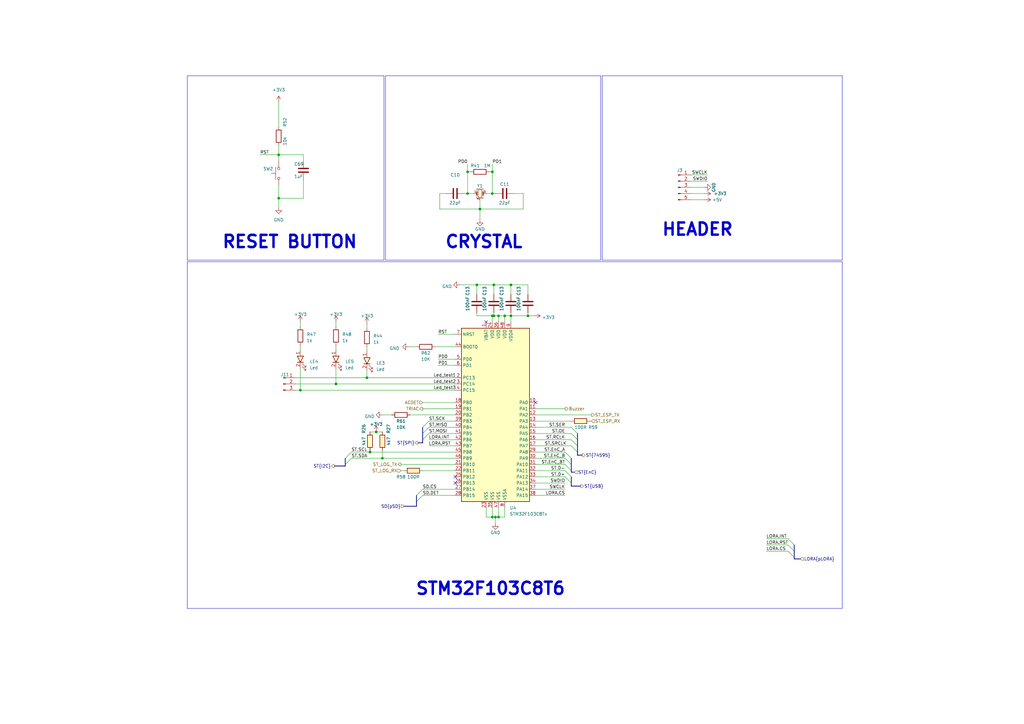
<source format=kicad_sch>
(kicad_sch (version 20230121) (generator eeschema)
  (paper "A3")
  (lib_symbols
    (symbol "Connector:Conn_01x03_Pin" (pin_names (offset 1.016) hide)
      (property "Reference" "J" (at 0 5.08 0))
      (property "Value" "Conn_01x03_Pin" (at 0 -5.08 0))
      (symbol "Conn_01x03_Pin_1_1"
        (polyline (pts (xy 1.27 -2.54) (xy 0.8636 -2.54)) (stroke (width 0.1524)))
        (polyline (pts (xy 1.27 0) (xy 0.8636 0)) (stroke (width 0.1524)))
        (polyline (pts (xy 1.27 2.54) (xy 0.8636 2.54)) (stroke (width 0.1524)))
        (rectangle (start 0.8636 -2.413) (end 0 -2.667) (stroke (width 0.1524)) (fill (type outline)))
        (rectangle (start 0.8636 0.127) (end 0 -0.127) (stroke (width 0.1524)) (fill (type outline)))
        (rectangle (start 0.8636 2.667) (end 0 2.413) (stroke (width 0.1524)) (fill (type outline)))
        (pin passive line (at 5.08 2.54 180) (length 3.81) (name "Pin_1") (number "1"))
        (pin passive line (at 5.08 0 180) (length 3.81) (name "Pin_2") (number "2"))
        (pin passive line (at 5.08 -2.54 180) (length 3.81) (name "Pin_3") (number "3"))
      )
    )
    (symbol "Connector:Conn_01x05_Male" (pin_names (offset 1.016) hide)
      (property "Reference" "J" (at 0 7.62 0))
      (property "Value" "Conn_01x05_Male" (at 0 -7.62 0))
      (symbol "Conn_01x05_Male_1_1"
        (polyline (pts (xy 1.27 -5.08) (xy 0.8636 -5.08)) (stroke (width 0.1524)))
        (polyline (pts (xy 1.27 -2.54) (xy 0.8636 -2.54)) (stroke (width 0.1524)))
        (polyline (pts (xy 1.27 0) (xy 0.8636 0)) (stroke (width 0.1524)))
        (polyline (pts (xy 1.27 2.54) (xy 0.8636 2.54)) (stroke (width 0.1524)))
        (polyline (pts (xy 1.27 5.08) (xy 0.8636 5.08)) (stroke (width 0.1524)))
        (rectangle (start 0.8636 -4.953) (end 0 -5.207) (stroke (width 0.1524)) (fill (type outline)))
        (rectangle (start 0.8636 -2.413) (end 0 -2.667) (stroke (width 0.1524)) (fill (type outline)))
        (rectangle (start 0.8636 0.127) (end 0 -0.127) (stroke (width 0.1524)) (fill (type outline)))
        (rectangle (start 0.8636 2.667) (end 0 2.413) (stroke (width 0.1524)) (fill (type outline)))
        (rectangle (start 0.8636 5.207) (end 0 4.953) (stroke (width 0.1524)) (fill (type outline)))
        (pin passive line (at 5.08 5.08 180) (length 3.81) (name "Pin_1") (number "1"))
        (pin passive line (at 5.08 2.54 180) (length 3.81) (name "Pin_2") (number "2"))
        (pin passive line (at 5.08 0 180) (length 3.81) (name "Pin_3") (number "3"))
        (pin passive line (at 5.08 -2.54 180) (length 3.81) (name "Pin_4") (number "4"))
        (pin passive line (at 5.08 -5.08 180) (length 3.81) (name "Pin_5") (number "5"))
      )
    )
    (symbol "Device:C" (pin_numbers hide) (pin_names (offset 0.254))
      (property "Reference" "C" (at 0.635 2.54 0))
      (property "Value" "C" (at 0.635 -2.54 0))
      (symbol "C_0_1"
        (polyline (pts (xy -2.032 -0.762) (xy 2.032 -0.762)) (stroke (width 0.508)))
        (polyline (pts (xy -2.032 0.762) (xy 2.032 0.762)) (stroke (width 0.508)))
      )
      (symbol "C_1_1"
        (pin passive line (at 0 3.81 270) (length 2.794) (name "~") (number "1"))
        (pin passive line (at 0 -3.81 90) (length 2.794) (name "~") (number "2"))
      )
    )
    (symbol "Device:R" (pin_numbers hide) (pin_names (offset 0))
      (property "Reference" "R" (at 2.032 0 90))
      (property "Value" "R" (at 0 0 90))
      (symbol "R_0_1"
        (rectangle (start -1.016 -2.54) (end 1.016 2.54) (stroke (width 0.254)))
      )
      (symbol "R_1_1"
        (pin passive line (at 0 3.81 270) (length 1.27) (name "~") (number "1"))
        (pin passive line (at 0 -3.81 90) (length 1.27) (name "~") (number "2"))
      )
    )
    (symbol "GND_1" (power) (pin_names (offset 0))
      (property "Value" "GND_1" (at 0 -3.81 0))
      (symbol "GND_1_0_1"
        (polyline (pts (xy 0 0) (xy 0 -1.27) (xy 1.27 -1.27) (xy 0 -2.54) (xy -1.27 -1.27) (xy 0 -1.27)))
      )
      (symbol "GND_1_1_1"
        (pin power_in line (at 0 0 270) (length 0) hide (name "GND") (number "1"))
      )
    )
    (symbol "GND_2" (power) (pin_names (offset 0))
      (property "Value" "GND_2" (at 0 -3.81 0))
      (symbol "GND_2_0_1"
        (polyline (pts (xy 0 0) (xy 0 -1.27) (xy 1.27 -1.27) (xy 0 -2.54) (xy -1.27 -1.27) (xy 0 -1.27)))
      )
      (symbol "GND_2_1_1"
        (pin power_in line (at 0 0 270) (length 0) hide (name "GND") (number "1"))
      )
    )
    (symbol "GND_3" (power) (pin_names (offset 0))
      (property "Value" "GND_3" (at 0 -3.81 0))
      (symbol "GND_3_0_1"
        (polyline (pts (xy 0 0) (xy 0 -1.27) (xy 1.27 -1.27) (xy 0 -2.54) (xy -1.27 -1.27) (xy 0 -1.27)))
      )
      (symbol "GND_3_1_1"
        (pin power_in line (at 0 0 270) (length 0) hide (name "GND") (number "1"))
      )
    )
    (symbol "GND_4" (power) (pin_names (offset 0))
      (property "Value" "GND_4" (at 0 -3.81 0))
      (symbol "GND_4_0_1"
        (polyline (pts (xy 0 0) (xy 0 -1.27) (xy 1.27 -1.27) (xy 0 -2.54) (xy -1.27 -1.27) (xy 0 -1.27)))
      )
      (symbol "GND_4_1_1"
        (pin power_in line (at 0 0 270) (length 0) hide (name "GND") (number "1"))
      )
    )
    (symbol "GND_5" (power) (pin_names (offset 0))
      (property "Value" "GND_5" (at 0 -3.81 0))
      (symbol "GND_5_0_1"
        (polyline (pts (xy 0 0) (xy 0 -1.27) (xy 1.27 -1.27) (xy 0 -2.54) (xy -1.27 -1.27) (xy 0 -1.27)))
      )
      (symbol "GND_5_1_1"
        (pin power_in line (at 0 0 270) (length 0) hide (name "GND") (number "1"))
      )
    )
    (symbol "GND_6" (power) (pin_names (offset 0))
      (property "Value" "GND_6" (at 0 -3.81 0))
      (symbol "GND_6_0_1"
        (polyline (pts (xy 0 0) (xy 0 -1.27) (xy 1.27 -1.27) (xy 0 -2.54) (xy -1.27 -1.27) (xy 0 -1.27)))
      )
      (symbol "GND_6_1_1"
        (pin power_in line (at 0 0 270) (length 0) hide (name "GND") (number "1"))
      )
    )
    (symbol "IVS_SYMBOLS:Crystal_GND24_Small" (pin_names (offset 1.016) hide)
      (property "Reference" "Y" (at 1.27 4.445 0))
      (property "Value" "Crystal_GND24_Small" (at 1.27 2.54 0))
      (symbol "Crystal_GND24_Small_0_1"
        (polyline (pts (xy -1.27 -0.762) (xy -1.27 0.762)) (stroke (width 0.381)))
        (polyline (pts (xy 1.27 -0.762) (xy 1.27 0.762)) (stroke (width 0.381)))
        (polyline (pts (xy -1.27 -1.27) (xy -1.27 -1.905) (xy 1.27 -1.905) (xy 1.27 -1.27)))
        (polyline (pts (xy -1.27 1.27) (xy -1.27 1.905) (xy 1.27 1.905) (xy 1.27 1.27)))
      )
      (symbol "Crystal_GND24_Small_1_1"
        (rectangle (start -0.762 1.524) (end 0.762 -1.524) (fill (type background)))
        (pin passive line (at -2.54 0 0) (length 1.27) (name "1") (number "1"))
        (pin passive line (at 0 -2.54 90) (length 0.635) (name "2") (number "2"))
        (pin passive line (at 2.54 0 180) (length 1.27) (name "3") (number "3"))
        (pin passive line (at 0 -2.54 90) (length 0.635) hide (name "4") (number "4"))
      )
    )
    (symbol "IVS_SYMBOLS:Led"
      (property "Reference" "LE" (at 0.508 -2.794 0))
      (property "Value" "Led" (at -0.254 2.794 0))
      (symbol "Led_0_1"
        (polyline (pts (xy 0 -1.27) (xy 0 1.27)) (stroke (width 0.254)))
        (polyline (pts (xy 2.54 -1.27) (xy 2.54 1.27) (xy 0 0) (xy 2.54 -1.27)) (stroke (width 0.254)) (fill (type background)))
        (polyline (pts (xy -1.778 -0.762) (xy -3.302 -2.286) (xy -2.54 -2.286) (xy -3.302 -2.286) (xy -3.302 -1.524)))
        (polyline (pts (xy -0.508 -0.762) (xy -2.032 -2.286) (xy -1.27 -2.286) (xy -2.032 -2.286) (xy -2.032 -1.524)))
      )
      (symbol "Led_1_1"
        (pin passive line (at 5.08 0 180) (length 2.54) (name "") (number "1"))
        (pin passive line (at -2.54 0 0) (length 2.54) (name "") (number "2"))
      )
    )
    (symbol "IVS_SYMBOLS:R" (pin_numbers hide) (pin_names (offset 0))
      (property "Reference" "R" (at 2.032 0 90))
      (property "Value" "R" (at 0 0 90))
      (symbol "R_1_1"
        (rectangle (start -1.016 2.54) (end 1.016 -2.54) (stroke (width 0.254)) (fill (type background)))
        (pin passive line (at 0 3.81 270) (length 1.27) (name "~") (number "1"))
        (pin passive line (at 0 -3.81 90) (length 1.27) (name "~") (number "2"))
      )
    )
    (symbol "Led_1"
      (property "Reference" "LE" (at 0.508 -2.794 0))
      (property "Value" "Led" (at -0.254 2.794 0))
      (symbol "Led_1_0_1"
        (polyline (pts (xy 0 -1.27) (xy 0 1.27)) (stroke (width 0.254)))
        (polyline (pts (xy 2.54 -1.27) (xy 2.54 1.27) (xy 0 0) (xy 2.54 -1.27)) (stroke (width 0.254)) (fill (type background)))
        (polyline (pts (xy -1.778 -0.762) (xy -3.302 -2.286) (xy -2.54 -2.286) (xy -3.302 -2.286) (xy -3.302 -1.524)))
        (polyline (pts (xy -0.508 -0.762) (xy -2.032 -2.286) (xy -1.27 -2.286) (xy -2.032 -2.286) (xy -2.032 -1.524)))
      )
      (symbol "Led_1_1_1"
        (pin passive line (at 5.08 0 180) (length 2.54) (name "") (number "1"))
        (pin passive line (at -2.54 0 0) (length 2.54) (name "") (number "2"))
      )
    )
    (symbol "Led_2"
      (property "Reference" "LE" (at 0.508 -2.794 0))
      (property "Value" "Led" (at -0.254 2.794 0))
      (symbol "Led_2_0_1"
        (polyline (pts (xy 0 -1.27) (xy 0 1.27)) (stroke (width 0.254)))
        (polyline (pts (xy 2.54 -1.27) (xy 2.54 1.27) (xy 0 0) (xy 2.54 -1.27)) (stroke (width 0.254)) (fill (type background)))
        (polyline (pts (xy -1.778 -0.762) (xy -3.302 -2.286) (xy -2.54 -2.286) (xy -3.302 -2.286) (xy -3.302 -1.524)))
        (polyline (pts (xy -0.508 -0.762) (xy -2.032 -2.286) (xy -1.27 -2.286) (xy -2.032 -2.286) (xy -2.032 -1.524)))
      )
      (symbol "Led_2_1_1"
        (pin passive line (at 5.08 0 180) (length 2.54) (name "") (number "1"))
        (pin passive line (at -2.54 0 0) (length 2.54) (name "") (number "2"))
      )
    )
    (symbol "MCU_ST_STM32F1:STM32F103C8Tx"
      (property "Reference" "U" (at -15.24 36.83 0))
      (property "Value" "STM32F103C8Tx" (at 7.62 36.83 0))
      (symbol "STM32F103C8Tx_0_1"
        (rectangle (start -15.24 -35.56) (end 12.7 35.56) (stroke (width 0.254)) (fill (type background)))
      )
      (symbol "STM32F103C8Tx_1_1"
        (pin power_in line (at -5.08 38.1 270) (length 2.54) (name "VBAT") (number "1"))
        (pin bidirectional line (at 15.24 5.08 180) (length 2.54) (name "PA0") (number "10"))
        (pin bidirectional line (at 15.24 2.54 180) (length 2.54) (name "PA1") (number "11"))
        (pin bidirectional line (at 15.24 0 180) (length 2.54) (name "PA2") (number "12"))
        (pin bidirectional line (at 15.24 -2.54 180) (length 2.54) (name "PA3") (number "13"))
        (pin bidirectional line (at 15.24 -5.08 180) (length 2.54) (name "PA4") (number "14"))
        (pin bidirectional line (at 15.24 -7.62 180) (length 2.54) (name "PA5") (number "15"))
        (pin bidirectional line (at 15.24 -10.16 180) (length 2.54) (name "PA6") (number "16"))
        (pin bidirectional line (at 15.24 -12.7 180) (length 2.54) (name "PA7") (number "17"))
        (pin bidirectional line (at -17.78 5.08 0) (length 2.54) (name "PB0") (number "18"))
        (pin bidirectional line (at -17.78 2.54 0) (length 2.54) (name "PB1") (number "19"))
        (pin bidirectional line (at -17.78 15.24 0) (length 2.54) (name "PC13") (number "2"))
        (pin bidirectional line (at -17.78 0 0) (length 2.54) (name "PB2") (number "20"))
        (pin bidirectional line (at -17.78 -20.32 0) (length 2.54) (name "PB10") (number "21"))
        (pin bidirectional line (at -17.78 -22.86 0) (length 2.54) (name "PB11") (number "22"))
        (pin power_in line (at -5.08 -38.1 90) (length 2.54) (name "VSS") (number "23"))
        (pin power_in line (at -2.54 38.1 270) (length 2.54) (name "VDD") (number "24"))
        (pin bidirectional line (at -17.78 -25.4 0) (length 2.54) (name "PB12") (number "25"))
        (pin bidirectional line (at -17.78 -27.94 0) (length 2.54) (name "PB13") (number "26"))
        (pin bidirectional line (at -17.78 -30.48 0) (length 2.54) (name "PB14") (number "27"))
        (pin bidirectional line (at -17.78 -33.02 0) (length 2.54) (name "PB15") (number "28"))
        (pin bidirectional line (at 15.24 -15.24 180) (length 2.54) (name "PA8") (number "29"))
        (pin bidirectional line (at -17.78 12.7 0) (length 2.54) (name "PC14") (number "3"))
        (pin bidirectional line (at 15.24 -17.78 180) (length 2.54) (name "PA9") (number "30"))
        (pin bidirectional line (at 15.24 -20.32 180) (length 2.54) (name "PA10") (number "31"))
        (pin bidirectional line (at 15.24 -22.86 180) (length 2.54) (name "PA11") (number "32"))
        (pin bidirectional line (at 15.24 -25.4 180) (length 2.54) (name "PA12") (number "33"))
        (pin bidirectional line (at 15.24 -27.94 180) (length 2.54) (name "PA13") (number "34"))
        (pin power_in line (at -2.54 -38.1 90) (length 2.54) (name "VSS") (number "35"))
        (pin power_in line (at 0 38.1 270) (length 2.54) (name "VDD") (number "36"))
        (pin bidirectional line (at 15.24 -30.48 180) (length 2.54) (name "PA14") (number "37"))
        (pin bidirectional line (at 15.24 -33.02 180) (length 2.54) (name "PA15") (number "38"))
        (pin bidirectional line (at -17.78 -2.54 0) (length 2.54) (name "PB3") (number "39"))
        (pin bidirectional line (at -17.78 10.16 0) (length 2.54) (name "PC15") (number "4"))
        (pin bidirectional line (at -17.78 -5.08 0) (length 2.54) (name "PB4") (number "40"))
        (pin bidirectional line (at -17.78 -7.62 0) (length 2.54) (name "PB5") (number "41"))
        (pin bidirectional line (at -17.78 -10.16 0) (length 2.54) (name "PB6") (number "42"))
        (pin bidirectional line (at -17.78 -12.7 0) (length 2.54) (name "PB7") (number "43"))
        (pin input line (at -17.78 27.94 0) (length 2.54) (name "BOOT0") (number "44"))
        (pin bidirectional line (at -17.78 -15.24 0) (length 2.54) (name "PB8") (number "45"))
        (pin bidirectional line (at -17.78 -17.78 0) (length 2.54) (name "PB9") (number "46"))
        (pin power_in line (at 0 -38.1 90) (length 2.54) (name "VSS") (number "47"))
        (pin power_in line (at 2.54 38.1 270) (length 2.54) (name "VDD") (number "48"))
        (pin input line (at -17.78 22.86 0) (length 2.54) (name "PD0") (number "5"))
        (pin input line (at -17.78 20.32 0) (length 2.54) (name "PD1") (number "6"))
        (pin input line (at -17.78 33.02 0) (length 2.54) (name "NRST") (number "7"))
        (pin power_in line (at 2.54 -38.1 90) (length 2.54) (name "VSSA") (number "8"))
        (pin power_in line (at 5.08 38.1 270) (length 2.54) (name "VDDA") (number "9"))
      )
    )
    (symbol "Switch:SW_Push" (pin_numbers hide) (pin_names (offset 1.016) hide)
      (property "Reference" "SW" (at 1.27 2.54 0))
      (property "Value" "SW_Push" (at 0 -1.524 0))
      (symbol "SW_Push_0_1"
        (circle (center -2.032 0) (radius 0.508))
        (polyline (pts (xy 0 1.27) (xy 0 3.048)))
        (polyline (pts (xy 2.54 1.27) (xy -2.54 1.27)))
        (circle (center 2.032 0) (radius 0.508))
        (pin passive line (at -5.08 0 0) (length 2.54) (name "1") (number "1"))
        (pin passive line (at 5.08 0 180) (length 2.54) (name "2") (number "2"))
      )
    )
    (symbol "Thu_vien_kicad:C" (pin_numbers hide) (pin_names (offset 0.254))
      (property "Reference" "C" (at 0.635 2.54 0))
      (property "Value" "C" (at 0.635 -2.54 0))
      (symbol "C_0_1"
        (polyline (pts (xy -2.032 -0.762) (xy 2.032 -0.762)) (stroke (width 0.508)))
        (polyline (pts (xy -2.032 0.762) (xy 2.032 0.762)) (stroke (width 0.508)))
      )
      (symbol "C_1_1"
        (pin passive line (at 0 3.81 270) (length 2.794) (name "~") (number "1"))
        (pin passive line (at 0 -3.81 90) (length 2.794) (name "~") (number "2"))
      )
    )
    (symbol "Thu_vien_kicad:R" (pin_numbers hide) (pin_names (offset 0))
      (property "Reference" "R" (at 2.032 0 90))
      (property "Value" "R" (at 0 0 90))
      (symbol "R_0_1"
        (rectangle (start -1.016 -2.54) (end 1.016 2.54) (stroke (width 0.254)))
      )
      (symbol "R_1_1"
        (pin passive line (at 0 3.81 270) (length 1.27) (name "~") (number "1"))
        (pin passive line (at 0 -3.81 90) (length 1.27) (name "~") (number "2"))
      )
    )
    (symbol "power:+3V3" (power) (pin_names (offset 0))
      (property "Value" "+3V3" (at 0 3.556 0))
      (symbol "+3V3_0_1"
        (polyline (pts (xy -0.762 1.27) (xy 0 2.54)))
        (polyline (pts (xy 0 0) (xy 0 2.54)))
        (polyline (pts (xy 0 2.54) (xy 0.762 1.27)))
      )
      (symbol "+3V3_1_1"
        (pin power_in line (at 0 0 90) (length 0) hide (name "+3V3") (number "1"))
      )
    )
    (symbol "power:+5V" (power) (pin_names (offset 0))
      (property "Value" "+5V" (at 0 3.556 0))
      (symbol "+5V_0_1"
        (polyline (pts (xy -0.762 1.27) (xy 0 2.54)))
        (polyline (pts (xy 0 0) (xy 0 2.54)))
        (polyline (pts (xy 0 2.54) (xy 0.762 1.27)))
      )
      (symbol "+5V_1_1"
        (pin power_in line (at 0 0 90) (length 0) hide (name "+5V") (number "1"))
      )
    )
    (symbol "power:GND" (power) (pin_names (offset 0))
      (property "Value" "GND" (at 0 -3.81 0))
      (symbol "GND_0_1"
        (polyline (pts (xy 0 0) (xy 0 -1.27) (xy 1.27 -1.27) (xy 0 -2.54) (xy -1.27 -1.27) (xy 0 -1.27)))
      )
      (symbol "GND_1_1"
        (pin power_in line (at 0 0 270) (length 0) hide (name "GND") (number "1"))
      )
    )
  )
  (junction (at 191.77 79.375))
  (junction (at 204.47 212.09))
  (junction (at 195.58 116.84))
  (junction (at 114.3 81.28))
  (junction (at 201.93 70.485))
  (junction (at 209.55 116.84))
  (junction (at 207.01 129.54))
  (junction (at 202.565 129.54))
  (junction (at 216.535 129.54))
  (junction (at 196.85 85.725))
  (junction (at 154.305 177.165))
  (junction (at 114.3 63.5))
  (junction (at 150.495 154.94))
  (junction (at 156.845 187.96))
  (junction (at 202.565 116.84))
  (junction (at 201.93 79.375))
  (junction (at 201.93 212.09))
  (junction (at 201.93 129.54))
  (junction (at 209.55 129.54))
  (junction (at 137.795 157.48))
  (junction (at 203.2 212.09))
  (junction (at 204.47 129.54))
  (junction (at 123.19 160.02))
  (junction (at 191.77 70.485))
  (junction (at 151.765 185.42))
  (no_connect (at 199.39 132.08))
  (no_connect (at 219.71 165.1))
  (no_connect (at 186.69 195.58))
  (no_connect (at 186.69 198.12))
  (bus_entry (at 234.315 175.26) (size 2.54 2.54))
  (bus_entry (at 231.775 185.42) (size 2.54 2.54))
  (bus_entry (at 175.895 175.26) (size -2.54 2.54))
  (bus_entry (at 323.215 226.06) (size 2.54 2.54))
  (bus_entry (at 234.315 182.88) (size 2.54 2.54))
  (bus_entry (at 173.355 200.66) (size -2.54 2.54))
  (bus_entry (at 323.215 223.52) (size 2.54 2.54))
  (bus_entry (at 144.145 187.96) (size -2.54 2.54))
  (bus_entry (at 323.215 220.98) (size 2.54 2.54))
  (bus_entry (at 231.775 195.58) (size 2.54 2.54))
  (bus_entry (at 231.775 190.5) (size 2.54 2.54))
  (bus_entry (at 173.355 203.2) (size -2.54 2.54))
  (bus_entry (at 175.895 177.8) (size -2.54 2.54))
  (bus_entry (at 231.775 193.04) (size 2.54 2.54))
  (bus_entry (at 144.145 185.42) (size -2.54 2.54))
  (bus_entry (at 231.775 187.96) (size 2.54 2.54))
  (bus_entry (at 175.895 172.72) (size -2.54 2.54))
  (bus_entry (at 234.315 177.8) (size 2.54 2.54))
  (bus_entry (at 234.315 180.34) (size 2.54 2.54))
  (polyline (pts (xy 246.38 31.115) (xy 246.38 106.68)))
  (polyline (pts (xy 345.44 249.555) (xy 76.835 249.555)))
  (polyline (pts (xy 76.835 31.115) (xy 76.835 106.68)))
  (wire (pts (xy 231.775 185.42) (xy 219.71 185.42)))
  (wire (pts (xy 216.535 120.65) (xy 216.535 116.84)))
  (wire (pts (xy 241.935 172.72) (xy 242.57 172.72)))
  (wire (pts (xy 137.795 141.605) (xy 137.795 143.51)))
  (wire (pts (xy 124.46 66.04) (xy 124.46 63.5)))
  (wire (pts (xy 210.82 79.375) (xy 214.63 79.375)))
  (wire (pts (xy 196.85 90.17) (xy 196.85 85.725)))
  (wire (pts (xy 204.47 212.09) (xy 203.2 212.09)))
  (wire (pts (xy 164.465 190.5) (xy 186.69 190.5)))
  (wire (pts (xy 201.93 70.485) (xy 201.93 79.375)))
  (wire (pts (xy 180.34 79.375) (xy 182.88 79.375)))
  (wire (pts (xy 195.58 128.27) (xy 195.58 129.54)))
  (bus (pts (xy 170.815 203.2) (xy 170.815 205.74)))
  (wire (pts (xy 219.71 203.2) (xy 231.775 203.2)))
  (wire (pts (xy 219.71 193.04) (xy 231.775 193.04)))
  (wire (pts (xy 200.66 70.485) (xy 201.93 70.485)))
  (polyline (pts (xy 158.115 106.68) (xy 158.115 31.115)))
  (polyline (pts (xy 158.115 31.115) (xy 246.38 31.115)))
  (wire (pts (xy 314.325 220.98) (xy 323.215 220.98)))
  (wire (pts (xy 121.285 160.02) (xy 123.19 160.02)))
  (wire (pts (xy 314.325 226.06) (xy 323.215 226.06)))
  (wire (pts (xy 114.3 76.2) (xy 114.3 81.28)))
  (wire (pts (xy 201.93 129.54) (xy 202.565 129.54)))
  (wire (pts (xy 114.3 81.28) (xy 114.3 85.09)))
  (wire (pts (xy 209.55 116.84) (xy 209.55 120.65)))
  (bus (pts (xy 170.815 205.74) (xy 170.815 207.645)))
  (wire (pts (xy 195.58 120.65) (xy 195.58 116.84)))
  (wire (pts (xy 188.595 116.84) (xy 195.58 116.84)))
  (wire (pts (xy 178.435 142.24) (xy 186.69 142.24)))
  (wire (pts (xy 201.93 67.31) (xy 201.93 70.485)))
  (wire (pts (xy 191.77 70.485) (xy 193.04 70.485)))
  (wire (pts (xy 121.285 157.48) (xy 137.795 157.48)))
  (bus (pts (xy 173.355 180.34) (xy 173.355 181.61)))
  (wire (pts (xy 173.355 203.2) (xy 186.69 203.2)))
  (wire (pts (xy 114.3 41.91) (xy 114.3 52.07)))
  (wire (pts (xy 191.77 79.375) (xy 194.31 79.375)))
  (wire (pts (xy 204.47 208.28) (xy 204.47 212.09)))
  (wire (pts (xy 175.895 177.8) (xy 186.69 177.8)))
  (wire (pts (xy 144.145 187.96) (xy 156.845 187.96)))
  (bus (pts (xy 173.355 177.8) (xy 173.355 180.34)))
  (polyline (pts (xy 157.48 106.68) (xy 157.48 31.115)))
  (wire (pts (xy 199.39 212.09) (xy 201.93 212.09)))
  (wire (pts (xy 114.3 59.69) (xy 114.3 63.5)))
  (wire (pts (xy 201.93 212.09) (xy 203.2 212.09)))
  (bus (pts (xy 137.16 191.135) (xy 141.605 191.135)))
  (wire (pts (xy 283.21 79.375) (xy 288.925 79.375)))
  (wire (pts (xy 204.47 129.54) (xy 204.47 132.08)))
  (polyline (pts (xy 76.835 107.315) (xy 345.44 107.315)))
  (wire (pts (xy 219.71 195.58) (xy 231.775 195.58)))
  (polyline (pts (xy 158.115 106.68) (xy 246.38 106.68)))
  (bus (pts (xy 234.315 195.58) (xy 234.315 198.12)))
  (wire (pts (xy 173.355 193.04) (xy 186.69 193.04)))
  (wire (pts (xy 209.55 128.27) (xy 209.55 129.54)))
  (wire (pts (xy 156.845 170.18) (xy 160.655 170.18)))
  (wire (pts (xy 167.64 142.24) (xy 170.815 142.24)))
  (wire (pts (xy 173.355 200.66) (xy 186.69 200.66)))
  (wire (pts (xy 231.775 187.96) (xy 219.71 187.96)))
  (wire (pts (xy 191.77 67.31) (xy 191.77 70.485)))
  (wire (pts (xy 209.55 129.54) (xy 209.55 132.08)))
  (wire (pts (xy 106.68 63.5) (xy 114.3 63.5)))
  (wire (pts (xy 154.305 177.165) (xy 156.845 177.165)))
  (wire (pts (xy 219.71 182.88) (xy 234.315 182.88)))
  (wire (pts (xy 137.795 151.13) (xy 137.795 157.48)))
  (polyline (pts (xy 247.015 106.68) (xy 345.44 106.68)))
  (wire (pts (xy 219.71 177.8) (xy 234.315 177.8)))
  (polyline (pts (xy 247.015 31.115) (xy 345.44 31.115)))
  (wire (pts (xy 202.565 116.84) (xy 202.565 120.65)))
  (bus (pts (xy 234.315 198.12) (xy 234.315 199.39)))
  (polyline (pts (xy 345.44 107.315) (xy 345.44 249.555)))
  (wire (pts (xy 207.01 129.54) (xy 207.01 132.08)))
  (wire (pts (xy 216.535 116.84) (xy 209.55 116.84)))
  (wire (pts (xy 216.535 128.27) (xy 216.535 129.54)))
  (wire (pts (xy 201.93 208.28) (xy 201.93 212.09)))
  (wire (pts (xy 175.895 180.34) (xy 186.69 180.34)))
  (bus (pts (xy 236.855 182.88) (xy 236.855 185.42)))
  (wire (pts (xy 202.565 128.27) (xy 202.565 129.54)))
  (wire (pts (xy 216.535 129.54) (xy 219.075 129.54)))
  (wire (pts (xy 114.3 63.5) (xy 114.3 66.04)))
  (wire (pts (xy 124.46 63.5) (xy 114.3 63.5)))
  (wire (pts (xy 150.495 154.94) (xy 186.69 154.94)))
  (wire (pts (xy 219.71 167.64) (xy 231.775 167.64)))
  (wire (pts (xy 314.325 223.52) (xy 323.215 223.52)))
  (wire (pts (xy 219.71 200.66) (xy 231.775 200.66)))
  (polyline (pts (xy 76.835 107.315) (xy 76.835 249.555)))
  (wire (pts (xy 199.39 79.375) (xy 201.93 79.375)))
  (wire (pts (xy 175.895 172.72) (xy 186.69 172.72)))
  (wire (pts (xy 201.93 79.375) (xy 203.2 79.375)))
  (wire (pts (xy 195.58 129.54) (xy 201.93 129.54)))
  (bus (pts (xy 234.315 190.5) (xy 234.315 193.04)))
  (wire (pts (xy 173.355 165.1) (xy 186.69 165.1)))
  (wire (pts (xy 214.63 85.725) (xy 196.85 85.725)))
  (wire (pts (xy 219.71 175.26) (xy 234.315 175.26)))
  (bus (pts (xy 234.315 199.39) (xy 238.125 199.39)))
  (polyline (pts (xy 157.48 31.115) (xy 76.835 31.115)))
  (wire (pts (xy 283.21 74.295) (xy 290.195 74.295)))
  (wire (pts (xy 204.47 129.54) (xy 207.01 129.54)))
  (bus (pts (xy 325.755 226.06) (xy 325.755 228.6)))
  (wire (pts (xy 168.275 170.18) (xy 186.69 170.18)))
  (wire (pts (xy 151.765 185.42) (xy 186.69 185.42)))
  (bus (pts (xy 165.735 207.645) (xy 170.815 207.645)))
  (wire (pts (xy 180.34 85.725) (xy 196.85 85.725)))
  (wire (pts (xy 123.19 151.13) (xy 123.19 160.02)))
  (wire (pts (xy 219.71 180.34) (xy 234.315 180.34)))
  (bus (pts (xy 141.605 190.5) (xy 141.605 191.135)))
  (wire (pts (xy 179.705 137.16) (xy 186.69 137.16)))
  (wire (pts (xy 151.765 177.165) (xy 154.305 177.165)))
  (wire (pts (xy 123.19 132.08) (xy 123.19 133.985)))
  (bus (pts (xy 236.855 177.8) (xy 236.855 180.34)))
  (wire (pts (xy 199.39 208.28) (xy 199.39 212.09)))
  (wire (pts (xy 202.565 116.84) (xy 209.55 116.84)))
  (bus (pts (xy 325.755 228.6) (xy 325.755 229.235)))
  (wire (pts (xy 216.535 129.54) (xy 209.55 129.54)))
  (wire (pts (xy 201.93 129.54) (xy 201.93 132.08)))
  (bus (pts (xy 234.315 193.04) (xy 234.315 193.675)))
  (wire (pts (xy 173.355 167.64) (xy 186.69 167.64)))
  (wire (pts (xy 191.77 70.485) (xy 191.77 79.375)))
  (bus (pts (xy 173.355 175.26) (xy 173.355 177.8)))
  (wire (pts (xy 283.21 81.915) (xy 288.925 81.915)))
  (wire (pts (xy 121.285 154.94) (xy 150.495 154.94)))
  (wire (pts (xy 180.34 79.375) (xy 180.34 85.725)))
  (bus (pts (xy 325.755 229.235) (xy 328.295 229.235)))
  (wire (pts (xy 219.71 170.18) (xy 242.57 170.18)))
  (bus (pts (xy 173.355 181.61) (xy 171.45 181.61)))
  (bus (pts (xy 325.755 223.52) (xy 325.755 226.06)))
  (wire (pts (xy 156.845 184.785) (xy 156.845 187.96)))
  (wire (pts (xy 195.58 116.84) (xy 202.565 116.84)))
  (wire (pts (xy 175.895 182.88) (xy 186.69 182.88)))
  (wire (pts (xy 175.895 175.26) (xy 186.69 175.26)))
  (wire (pts (xy 151.765 184.785) (xy 151.765 185.42)))
  (wire (pts (xy 209.55 129.54) (xy 207.01 129.54)))
  (wire (pts (xy 123.19 160.02) (xy 186.69 160.02)))
  (wire (pts (xy 219.71 172.72) (xy 234.315 172.72)))
  (wire (pts (xy 219.71 198.12) (xy 231.775 198.12)))
  (wire (pts (xy 144.145 185.42) (xy 151.765 185.42)))
  (wire (pts (xy 156.845 187.96) (xy 186.69 187.96)))
  (wire (pts (xy 114.3 81.28) (xy 124.46 81.28)))
  (wire (pts (xy 207.01 212.09) (xy 204.47 212.09)))
  (wire (pts (xy 164.465 193.04) (xy 165.735 193.04)))
  (bus (pts (xy 234.315 193.675) (xy 235.585 193.675)))
  (bus (pts (xy 236.855 180.34) (xy 236.855 182.88)))
  (wire (pts (xy 283.21 76.835) (xy 288.925 76.835)))
  (wire (pts (xy 203.2 214.63) (xy 203.2 212.09)))
  (wire (pts (xy 214.63 79.375) (xy 214.63 85.725)))
  (wire (pts (xy 283.21 71.755) (xy 290.195 71.755)))
  (wire (pts (xy 196.85 85.725) (xy 196.85 81.915)))
  (wire (pts (xy 137.795 132.08) (xy 137.795 133.985)))
  (wire (pts (xy 190.5 79.375) (xy 191.77 79.375)))
  (wire (pts (xy 137.795 157.48) (xy 186.69 157.48)))
  (polyline (pts (xy 345.44 106.68) (xy 345.44 31.115)))
  (wire (pts (xy 123.19 141.605) (xy 123.19 143.51)))
  (wire (pts (xy 150.495 151.765) (xy 150.495 154.94)))
  (bus (pts (xy 236.855 186.69) (xy 238.76 186.69)))
  (bus (pts (xy 236.855 185.42) (xy 236.855 186.69)))
  (wire (pts (xy 150.495 132.715) (xy 150.495 134.62)))
  (polyline (pts (xy 247.015 31.115) (xy 247.015 106.68)))
  (wire (pts (xy 207.01 208.28) (xy 207.01 212.09)))
  (bus (pts (xy 234.315 187.96) (xy 234.315 190.5)))
  (wire (pts (xy 124.46 73.66) (xy 124.46 81.28)))
  (polyline (pts (xy 76.835 106.68) (xy 157.48 106.68)))
  (wire (pts (xy 202.565 129.54) (xy 204.47 129.54)))
  (wire (pts (xy 150.495 142.24) (xy 150.495 144.145)))
  (bus (pts (xy 141.605 187.96) (xy 141.605 190.5)))
  (wire (pts (xy 179.705 147.32) (xy 186.69 147.32)))
  (wire (pts (xy 179.705 149.86) (xy 186.69 149.86)))
  (wire (pts (xy 219.71 190.5) (xy 231.775 190.5)))
  (text "STM32F103C8T6\n" (at 170.18 244.475 0) (effects (font (size 5 5) (thickness 1) bold) (justify left bottom)))
  (text "HEADER\n" (at 271.145 97.155 0) (effects (font (size 5 5) (thickness 1) bold) (justify left bottom)))
  (text "RESET BUTTON" (at 90.805 102.235 0) (effects (font (size 5 5) (thickness 1) bold) (justify left bottom)))
  (text "CRYSTAL" (at 182.245 102.235 0) (effects (font (size 5 5) (thickness 1) bold) (justify left bottom)))
  (label "ST.SCK" (at 175.895 172.72 0))
  (label "LORA.RST" (at 314.325 223.52 0))
  (label "SWDIO" (at 290.195 74.295 180))
  (label "ST.OE" (at 231.775 177.8 180))
  (label "RST" (at 179.705 137.16 0))
  (label "LORA.INT" (at 314.325 220.98 0))
  (label "PD1" (at 201.93 67.31 0))
  (label "LORA.CS" (at 314.325 226.06 0))
  (label "SWCLK" (at 231.775 200.66 180))
  (label "ST.SER" (at 231.775 175.26 180))
  (label "ST.EnC_BT" (at 231.775 190.5 180))
  (label "ST.D-" (at 231.775 193.04 180))
  (label "ST.D+" (at 231.775 195.58 180))
  (label "SWDIO" (at 231.775 198.12 180))
  (label "PD0" (at 191.77 67.31 180))
  (label "ST.MISO" (at 175.895 175.26 0))
  (label "PD1" (at 179.705 149.86 0))
  (label "ST.SCL" (at 144.145 185.42 0))
  (label "LORA.INT" (at 175.895 180.34 0))
  (label "ST.SRCLK" (at 232.41 182.88 180))
  (label "SD.DET" (at 173.355 203.2 0))
  (label "ST.RCLK" (at 231.775 180.34 180))
  (label "Led_test1" (at 177.8 154.94 0))
  (label "ST.EnC_B" (at 231.775 187.96 180))
  (label "LORA.CS" (at 231.775 203.2 180))
  (label "SWCLK" (at 290.195 71.755 180))
  (label "ST.SDA" (at 144.145 187.96 0))
  (label "ST.EnC_A" (at 231.775 185.42 180))
  (label "Led_test3" (at 177.8 160.02 0))
  (label "Led_test2" (at 177.8 157.48 0))
  (label "LORA.RST" (at 175.895 182.88 0))
  (label "ST.MOSI" (at 175.895 177.8 0))
  (label "PD0" (at 179.705 147.32 0))
  (label "SD.CS" (at 173.355 200.66 0))
  (label "RST" (at 106.68 63.5 0))
  (hierarchical_label "TRIAC" (shape output) (at 173.355 167.64 180))
  (hierarchical_label "ST{SPI}" (shape output) (at 171.45 181.61 180))
  (hierarchical_label "ST{I2C}" (shape output) (at 137.16 191.135 180))
  (hierarchical_label "ST{USB}" (shape output) (at 238.125 199.39 0))
  (hierarchical_label "ST_ESP_RX" (shape input) (at 242.57 172.72 0))
  (hierarchical_label "ST{EnC}" (shape input) (at 235.585 193.675 0))
  (hierarchical_label "LORA{pLORA}" (shape input) (at 328.295 229.235 0))
  (hierarchical_label "ST_LOG_TX" (shape output) (at 164.465 190.5 180))
  (hierarchical_label "ST_ESP_TX" (shape output) (at 242.57 170.18 0))
  (hierarchical_label "ACDET" (shape input) (at 173.355 165.1 180))
  (hierarchical_label "Buzzer" (shape output) (at 231.775 167.64 0))
  (hierarchical_label "ST{74595}" (shape output) (at 238.76 186.69 0))
  (hierarchical_label "SD{pSD}" (shape input) (at 165.735 207.645 180))
  (hierarchical_label "ST_LOG_RX" (shape input) (at 164.465 193.04 180))
  (symbol (lib_id "IVS_SYMBOLS:R") (at 156.845 180.975 0) (unit 1)
    (property "Reference" "R27" (at 159.385 175.895 90))
    (property "Value" "4k7" (at 159.385 180.975 90))
    (property "Footprint" "IVS_FOOTPRINTS:R_0603" (effects hide))
  )
  (symbol (lib_id "Device:C") (at 124.46 69.85 0) (unit 1)
    (property "Reference" "C69" (at 120.65 67.31 0) (effects (justify left)))
    (property "Value" "1uF" (at 120.65 72.39 0) (effects (justify left)))
    (property "Footprint" "IVS_FOOTPRINTS:C_0603" (effects hide))
    (instances (project "DLAnhDan_BoardTruyenDuLieu" (path "" (reference "C69") (unit 1))) (project "DO_AN_DKTD" (path "" (reference "C30") (unit 1)) (path "" (reference "C15") (unit 1))))
  )
  (symbol (lib_id "Device:R") (at 174.625 142.24 90) (unit 1)
    (property "Reference" "R62" (at 174.625 144.78 90))
    (property "Value" "10K" (at 174.625 147.32 90))
    (property "Footprint" "IVS_FOOTPRINTS:R_0603" (effects hide))
  )
  (symbol (lib_name "GND_1") (lib_id "power:GND") (at 167.64 142.24 270) (unit 1)
    (property "Reference" "#PWR074" (effects hide))
    (property "Value" "GND" (at 163.83 142.875 90) (effects (justify right)))
    (instances (project "DLAnhDan_BoardTruyenDuLieu" (path "" (reference "#PWR074") (unit 1))) (project "DO_AN_DKTD" (path "" (reference "#PWR055") (unit 1)) (path "" (reference "#PWR067") (unit 1))))
  )
  (symbol (lib_name "GND_6") (lib_id "power:GND") (at 156.845 170.18 270) (unit 1)
    (property "Reference" "#PWR068" (effects hide))
    (property "Value" "GND" (at 153.67 170.815 90) (effects (justify right)))
  )
  (symbol (lib_id "Thu_vien_kicad:C") (at 186.69 79.375 90) (unit 1)
    (property "Reference" "C10" (at 186.69 71.755 90))
    (property "Value" "22pF" (at 186.69 83.185 90))
    (property "Footprint" "IVS_FOOTPRINTS:C_0603" (effects hide))
    (instances (project "dongtam" (path "" (reference "C10") (unit 1))) (project "DO_AN_DKTD" (path "" (reference "C12") (unit 1))))
  )
  (symbol (lib_id "Device:R") (at 114.3 55.88 0) (unit 1)
    (property "Reference" "R52" (at 116.84 52.07 90) (effects (justify left)))
    (property "Value" "10k" (at 116.84 59.69 90) (effects (justify left)))
    (property "Footprint" "IVS_FOOTPRINTS:R_0603" (effects hide))
    (instances (project "DLAnhDan_BoardTruyenDuLieu" (path "" (reference "R52") (unit 1))) (project "DO_AN_DKTD" (path "" (reference "R45") (unit 1)) (path "" (reference "R46") (unit 1))))
  )
  (symbol (lib_id "power:+5V") (at 288.925 81.915 270) (unit 1)
    (property "Reference" "#PWR035" (effects hide))
    (property "Value" "+5V" (at 292.1 81.9149 90) (effects (justify left)))
    (instances (project "dongtam" (path "" (reference "#PWR035") (unit 1))) (project "DO_AN_DKTD" (path "" (reference "#PWR043") (unit 1))))
  )
  (symbol (lib_id "Thu_vien_kicad:C") (at 209.55 124.46 0) (unit 1)
    (property "Reference" "C13" (at 205.74 121.285 90) (effects (justify left)))
    (property "Value" "100nF" (at 205.74 127.635 90) (effects (justify left)))
    (property "Footprint" "IVS_FOOTPRINTS:C_0603" (effects hide))
    (instances (project "dongtam" (path "" (reference "C13") (unit 1))) (project "DO_AN_DKTD" (path "" (reference "C35") (unit 1))))
  )
  (symbol (lib_id "IVS_SYMBOLS:Led") (at 150.495 149.225 90) (unit 1)
    (property "Reference" "LE3" (at 154.305 148.9075 90) (effects (justify right)))
    (property "Value" "Led" (at 154.305 151.4475 90) (effects (justify right)))
    (property "Footprint" "IVS_FOOTPRINTS:LED_0603" (effects hide))
  )
  (symbol (lib_id "Thu_vien_kicad:C") (at 216.535 124.46 0) (unit 1)
    (property "Reference" "C13" (at 212.725 121.285 90) (effects (justify left)))
    (property "Value" "100nF" (at 212.725 127.635 90) (effects (justify left)))
    (property "Footprint" "IVS_FOOTPRINTS:C_0603" (effects hide))
    (instances (project "dongtam" (path "" (reference "C13") (unit 1))) (project "DO_AN_DKTD" (path "" (reference "C36") (unit 1))))
  )
  (symbol (lib_id "Connector:Conn_01x03_Pin") (at 116.205 157.48 0) (unit 1)
    (property "Reference" "J11" (at 116.84 153.67 0))
    (property "Value" "Conn_01x03_Pin" (effects hide))
    (property "Footprint" "Connector_PinHeader_2.00mm:PinHeader_1x03_P2.00mm_Vertical" (effects hide))
  )
  (symbol (lib_id "power:+3V3") (at 150.495 132.715 0) (unit 1)
    (property "Reference" "#PWR062" (effects hide))
    (property "Value" "+3V3" (at 150.495 129.54 0))
  )
  (symbol (lib_id "power:+3V3") (at 219.075 129.54 270) (unit 1)
    (property "Reference" "#PWR060" (effects hide))
    (property "Value" "+3V3" (at 222.25 130.175 90) (effects (justify left)))
  )
  (symbol (lib_id "power:+3V3") (at 123.19 132.08 0) (unit 1)
    (property "Reference" "#PWR050" (effects hide))
    (property "Value" "+3V3" (at 123.19 128.905 0))
  )
  (symbol (lib_id "Thu_vien_kicad:C") (at 202.565 124.46 0) (unit 1)
    (property "Reference" "C13" (at 198.755 121.285 90) (effects (justify left)))
    (property "Value" "100nF" (at 198.755 127.635 90) (effects (justify left)))
    (property "Footprint" "IVS_FOOTPRINTS:C_0603" (effects hide))
    (instances (project "dongtam" (path "" (reference "C13") (unit 1))) (project "DO_AN_DKTD" (path "" (reference "C34") (unit 1))))
  )
  (symbol (lib_id "power:+3V3") (at 137.795 132.08 0) (unit 1)
    (property "Reference" "#PWR051" (effects hide))
    (property "Value" "+3V3" (at 137.795 128.905 0))
  )
  (symbol (lib_id "IVS_SYMBOLS:R") (at 169.545 193.04 90) (unit 1)
    (property "Reference" "R58" (at 164.465 195.58 90))
    (property "Value" "100R" (at 169.545 195.58 90))
    (property "Footprint" "IVS_FOOTPRINTS:R_0603" (effects hide))
  )
  (symbol (lib_name "GND_4") (lib_id "power:GND") (at 114.3 85.09 0) (unit 1)
    (property "Reference" "#PWR074" (effects hide))
    (property "Value" "GND" (at 114.3 90.17 0))
    (instances (project "DLAnhDan_BoardTruyenDuLieu" (path "" (reference "#PWR074") (unit 1))) (project "DO_AN_DKTD" (path "" (reference "#PWR055") (unit 1)) (path "" (reference "#PWR036") (unit 1))))
  )
  (symbol (lib_id "power:+3V3") (at 114.3 41.91 0) (unit 1)
    (property "Reference" "#PWR073" (effects hide))
    (property "Value" "+3V3" (at 114.3 36.83 0))
    (instances (project "DLAnhDan_BoardTruyenDuLieu" (path "" (reference "#PWR073") (unit 1))) (project "DO_AN_DKTD" (path "" (reference "#PWR054") (unit 1)) (path "" (reference "#PWR035") (unit 1))))
  )
  (symbol (lib_id "Connector:Conn_01x05_Male") (at 278.13 76.835 0) (unit 1)
    (property "Reference" "J3" (at 278.765 69.85 0))
    (property "Value" "Conn_01x05_Male" (effects hide))
    (property "Footprint" "Connector_PinHeader_2.54mm:PinHeader_1x05_P2.54mm_Vertical" (effects hide))
    (instances (project "dongtam" (path "" (reference "J3") (unit 1))) (project "DO_AN_DKTD" (path "" (reference "J7") (unit 1))))
  )
  (symbol (lib_name "Led_2") (lib_id "IVS_SYMBOLS:Led") (at 137.795 148.59 90) (unit 1)
    (property "Reference" "LE5" (at 141.605 148.2725 90) (effects (justify right)))
    (property "Value" "Led" (at 141.605 150.8125 90) (effects (justify right)))
    (property "Footprint" "IVS_FOOTPRINTS:LED_0603" (effects hide))
  )
  (symbol (lib_id "Thu_vien_kicad:C") (at 207.01 79.375 90) (unit 1)
    (property "Reference" "C11" (at 207.01 75.565 90))
    (property "Value" "22pF" (at 207.01 83.185 90))
    (property "Footprint" "IVS_FOOTPRINTS:C_0603" (effects hide))
    (instances (project "dongtam" (path "" (reference "C11") (unit 1))) (project "DO_AN_DKTD" (path "" (reference "C13") (unit 1))))
  )
  (symbol (lib_id "Switch:SW_Push") (at 114.3 71.12 90) (unit 1)
    (property "Reference" "SW2" (at 107.95 69.215 90) (effects (justify right)))
    (property "Value" "SW_Push" (effects hide))
    (property "Footprint" "IVS_FOOTPRINTS:SW_SPST_PTS810" (effects hide))
    (instances (project "DO_AN_DKTD" (path "" (reference "SW2") (unit 1)) (path "" (reference "SW4") (unit 1))))
  )
  (symbol (lib_id "Device:R") (at 123.19 137.795 0) (unit 1)
    (property "Reference" "R47" (at 125.73 137.16 0) (effects (justify left)))
    (property "Value" "1k" (at 125.73 139.7 0) (effects (justify left)))
    (property "Footprint" "IVS_FOOTPRINTS:R_0603" (effects hide))
  )
  (symbol (lib_id "IVS_SYMBOLS:Crystal_GND24_Small") (at 196.85 79.375 0) (unit 1)
    (property "Reference" "Y1" (at 196.85 76.2 0))
    (property "Value" "Crystal_GND24_Small" (effects hide))
    (property "Footprint" "IVS_FOOTPRINTS:Crystal_3225_4P_3.2x2.6mm" (effects hide))
    (property "Datasheet" "https://docs.rs-online.com/ec34/0900766b816028ea.pdf" (effects hide))
  )
  (symbol (lib_id "MCU_ST_STM32F1:STM32F103C8Tx") (at 204.47 170.18 0) (unit 1)
    (property "Reference" "U4" (at 209.0294 208.28 0) (effects (justify left)))
    (property "Value" "STM32F103C8Tx" (at 209.0294 210.82 0) (effects (justify left)))
    (property "Footprint" "IVS_FOOTPRINTS:LQFP-48_7x7mm_P0.5mm" (effects hide))
    (property "Datasheet" "http://www.st.com/st-web-ui/static/active/en/resource/technical/document/datasheet/CD00161566.pdf" (effects hide))
    (instances (project "dongtam" (path "" (reference "U4") (unit 1))) (project "DO_AN_DKTD" (path "" (reference "U7") (unit 1))))
  )
  (symbol (lib_id "Device:R") (at 150.495 138.43 0) (unit 1)
    (property "Reference" "R44" (at 153.035 137.795 0) (effects (justify left)))
    (property "Value" "1k" (at 153.035 140.335 0) (effects (justify left)))
    (property "Footprint" "IVS_FOOTPRINTS:R_0603" (effects hide))
  )
  (symbol (lib_name "GND_2") (lib_id "power:GND") (at 188.595 116.84 270) (unit 1)
    (property "Reference" "#PWR038" (effects hide))
    (property "Value" "GND" (at 185.42 117.475 90) (effects (justify right)))
  )
  (symbol (lib_id "Thu_vien_kicad:C") (at 195.58 124.46 0) (unit 1)
    (property "Reference" "C13" (at 191.77 121.285 90) (effects (justify left)))
    (property "Value" "100nF" (at 191.77 127.635 90) (effects (justify left)))
    (property "Footprint" "IVS_FOOTPRINTS:C_0603" (effects hide))
    (instances (project "dongtam" (path "" (reference "C13") (unit 1))) (project "DO_AN_DKTD" (path "" (reference "C33") (unit 1))))
  )
  (symbol (lib_name "GND_5") (lib_id "power:GND") (at 288.925 76.835 90) (unit 1)
    (property "Reference" "#PWR033" (effects hide))
    (property "Value" "GND" (at 292.735 76.835 0))
    (instances (project "dongtam" (path "" (reference "#PWR033") (unit 1))) (project "DO_AN_DKTD" (path "" (reference "#PWR041") (unit 1))))
  )
  (symbol (lib_name "Led_1") (lib_id "IVS_SYMBOLS:Led") (at 123.19 148.59 90) (unit 1)
    (property "Reference" "LE4" (at 127 148.2725 90) (effects (justify right)))
    (property "Value" "Led" (at 127 150.8125 90) (effects (justify right)))
    (property "Footprint" "IVS_FOOTPRINTS:LED_0603" (effects hide))
  )
  (symbol (lib_id "Device:R") (at 164.465 170.18 90) (unit 1)
    (property "Reference" "R61" (at 164.465 172.72 90))
    (property "Value" "10K" (at 164.465 175.26 90))
    (property "Footprint" "IVS_FOOTPRINTS:R_0603" (effects hide))
  )
  (symbol (lib_id "power:GND") (at 196.85 90.17 0) (unit 1)
    (property "Reference" "#PWR020" (effects hide))
    (property "Value" "GND" (at 196.85 93.98 0))
    (instances (project "dongtam" (path "" (reference "#PWR020") (unit 1))) (project "DO_AN_DKTD" (path "" (reference "#PWR029") (unit 1))))
  )
  (symbol (lib_name "GND_3") (lib_id "power:GND") (at 203.2 214.63 0) (unit 1)
    (property "Reference" "#PWR061" (effects hide))
    (property "Value" "GND" (at 203.2 218.44 0))
  )
  (symbol (lib_id "Device:R") (at 137.795 137.795 0) (unit 1)
    (property "Reference" "R48" (at 140.335 137.16 0) (effects (justify left)))
    (property "Value" "1k" (at 140.335 139.7 0) (effects (justify left)))
    (property "Footprint" "IVS_FOOTPRINTS:R_0603" (effects hide))
  )
  (symbol (lib_id "IVS_SYMBOLS:R") (at 238.125 172.72 90) (unit 1)
    (property "Reference" "R59" (at 243.205 175.26 90))
    (property "Value" "100R" (at 238.125 175.26 90))
    (property "Footprint" "IVS_FOOTPRINTS:R_0603" (effects hide))
  )
  (symbol (lib_id "IVS_SYMBOLS:R") (at 151.765 180.975 0) (unit 1)
    (property "Reference" "R26" (at 149.225 175.895 90))
    (property "Value" "4k7" (at 149.225 180.975 90))
    (property "Footprint" "IVS_FOOTPRINTS:R_0603" (effects hide))
  )
  (symbol (lib_id "Thu_vien_kicad:R") (at 196.85 70.485 90) (unit 1)
    (property "Reference" "R41" (at 196.85 67.945 90) (effects (justify left)))
    (property "Value" "1M" (at 201.295 67.945 90) (effects (justify left)))
    (property "Footprint" "IVS_FOOTPRINTS:R_0603" (effects hide))
    (instances (project "dongtam" (path "" (reference "R41") (unit 1))) (project "DO_AN_DKTD" (path "" (reference "R40") (unit 1))))
  )
  (symbol (lib_id "power:+3V3") (at 288.925 79.375 270) (unit 1)
    (property "Reference" "#PWR034" (effects hide))
    (property "Value" "+3V3" (at 292.735 79.3749 90) (effects (justify left)))
    (instances (project "dongtam" (path "" (reference "#PWR034") (unit 1))) (project "DO_AN_DKTD" (path "" (reference "#PWR042") (unit 1))))
  )
  (symbol (lib_id "power:+3V3") (at 154.305 177.165 0) (unit 1)
    (property "Reference" "#PWR019" (effects hide))
    (property "Value" "+3V3" (at 154.305 173.99 0))
  )
)
</source>
